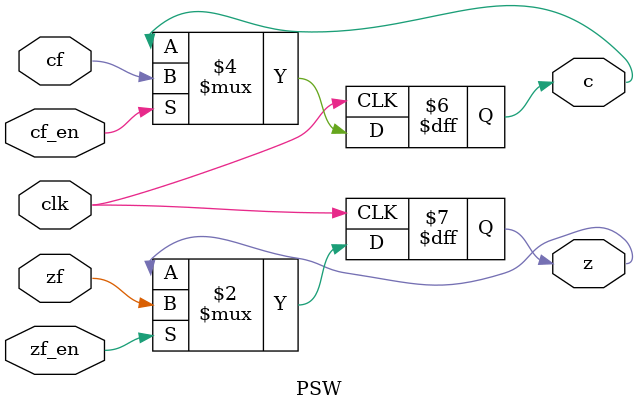
<source format=v>
module PSW(clk,cf_en,zf_en,c,z,cf,zf);
	input clk,cf_en,zf_en,cf,zf;
	output c,z;
	reg c,z;
	always@(negedge clk)
	begin
		if(cf_en) c<=cf;
		if(zf_en) z<=zf;
	end
endmodule
</source>
